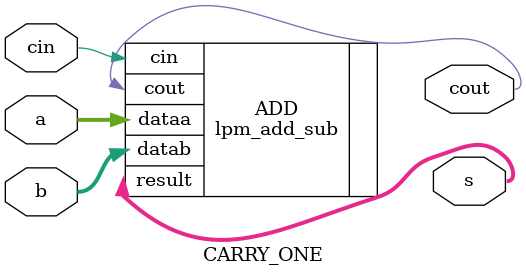
<source format=v>
module CarryChain(
  a,
  b,
  cin,
  sout,
  clk

  );
//size of chain
  parameter N=16;
 //carry in
  input cin;
//constant summation inputs
  input [N-1:0] a;//=0000...
  input [N-1:0] b;//=1111...
//clock for registers
  input clk;
//data out from registers
  output [N-1:0] sout;
//internal wire for passing carries
//one bit larger for initial combinatorial cell
//which passes data_in along carry chain
  wire [N:0] c_internal;
//assign first input manually
  primitive_carry_in mycarry_in (
    .datac(cin),
    .cout(c_internal[0]),
  );
//internal wire for sum outs
  wire [N-1:0] s;
//and rest with loop
  genvar i;
  generate
  for (i=1; i<N+1; i=i+1) begin : gen

    primitive_carry mycarry (
    	.a(a[i-1]),
    	.b(b[i-1]),
    	.cin(c_internal[i-1]), //0 feeds in
    	.cout(c_internal[i]),
    	.s(s[i-1])
    );

    primitive_ff myff(
    	.s(s[i-1]),
    	.clk(clk),
    	.q(sout[i-1])
    );

  end
  endgenerate

  endmodule

  module primitive_carry_in(
	datac,
	cout
);

input datac;
output cout;
localparam dt = "off";

cyclonev_lcell_comb #(
  .dont_touch(dt)
  ) mycarryin (
                             .dataa(),
                             .datab(),
                             .datac(datac),
                             .datad(),
                             .datae(),
                             .dataf(),
                             .datag(),
                             .cin(0),
                             .sharein(),
                             .combout(),
                             .sumout(),
                             .cout(cout)
);

/*
localparam [63:0] m;
localparam f0=16'h0F0F;
localparam f1=16'h0F0F;
localparam f2=16'h0;
localparam f3=16'h0;
m[15:0]=f0;
m[31:16]=f1;
m[47:32]=f2;
m[63:48]=f3;
*/


defparam mycarryin.lut_mask=64'h000000000F0F0F0F;


endmodule



module primitive_carry(
	a,
	b,
	cin,
	cout,
	s
);

input a,b,cin;
output s,cout;
localparam dt = "off";

cyclonev_lcell_comb #(
  .dont_touch(dt)
  ) mycarry (
                             .dataa(),
                             .datab(b),
                             .datac(a),
                             .datad(),
                             .datae(),
                             .dataf(),
                             .datag(),
                             .cin(cin),
                             .sharein(),
                             .combout(),
                             .sumout(s),
                             .cout(cout)
);

defparam mycarry.lut_mask=64'hF0F0F0F033333333;
//defparam mycell.sum_lutc_input=cin;
endmodule

module primitive_ff(
	s,
	clk,
	q
);

input s,clk;
output q;

cyclonev_ff myff (
    .d(s),
    .clk(clk),
    .clrn(),
    .aload(),
    .sclr(),
    .sload(),
    .asdata(),
    .ena(),
    .devclrn(),
    .devpor(),
    .q(q)
);

endmodule

module CARRY_CHAIN_LPM(
  a,b,cin,cout,s,clock,clken,aclr
  );

  parameter width = 3;
  parameter pipeline = 0;
  //next are adder specific to force carry chain
  localparam lpm_type = "lpm_add_sub";
  localparam lpm_width = width;
  localparam lpm_direction = "ADD";
  localparam lpm_representation = "UNSIGNED";
  localparam lpm_pipeline = pipeline;
  localparam lpm_hint = "ONE_INPUT_IS_CONSTANT=YES,CIN_USED=YES,MAXIMIZE_SPEED=10";

  input [lpm_width-1:0] a, b;
  input cin;
  output cout;
  output [lpm_width-1:0] s;
  input clock;
  input clken;
  input aclr;

  lpm_add_sub #(
    .lpm_type(lpm_type),
    .lpm_width(lpm_width),
    .lpm_direction(lpm_direction),
    .lpm_representation(lpm_representation),
    .lpm_pipeline(lpm_pipeline),
    .lpm_hint(lpm_hint)

    ) ADD (

    .dataa(a),
    .datab(b),
    .cin(cin),
    .clock(clock),
    .clken(clken),
    .aclr(aclr),
    .result(s),
    .cout(cout)
    //.overflow(0)
    //.add_sub(0)
    );

endmodule


module CARRY_ONE(
  a,b,cin,cout,s
  );

  parameter width = 3;
  //next are adder specific to force carry chain
  localparam lpm_type = "lpm_add_sub";
  localparam lpm_width = width;
  localparam lpm_direction = "ADD";
  localparam lpm_representation = "UNSIGNED";
  localparam lpm_pipeline = 0;
  localparam lpm_hint = "ONE_INPUT_IS_CONSTANT=YES,CIN_USED=YES,MAXIMIZE_SPEED=10";

  input [lpm_width-1:0] a, b;
  input cin;
  output cout;
  output [lpm_width-1:0] s;

  lpm_add_sub #(
    .lpm_type(lpm_type),
    .lpm_width(lpm_width),
    .lpm_direction(lpm_direction),
    .lpm_representation(lpm_representation),
    .lpm_pipeline(lpm_pipeline),
    .lpm_hint(lpm_hint)

    ) ADD (

    .dataa(a),
    .datab(b),
    .cin(cin),
    .result(s),
    .cout(cout)
    );

endmodule

</source>
